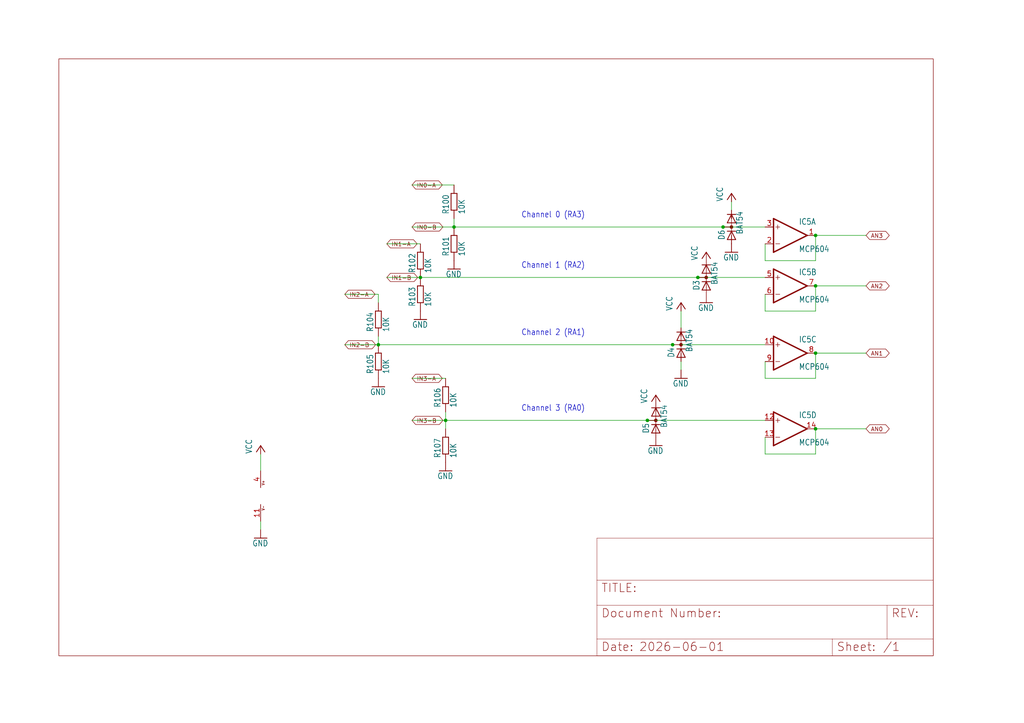
<source format=kicad_sch>
(kicad_sch (version 20250114) (generator "eeschema") (generator_version "9.0")
  (paper "User" 309.347 218.491)
  (lib_symbols
    (symbol "vilnius_rev_c-eagle-import:4AMP_P4+11D"
      (symbol "4AMP_P4+11D_1_0"
        (polyline (pts (xy -5.08 5.08) (xy -5.08 -5.08)) (stroke (width 0.4064)))
        (polyline (pts (xy -5.08 -5.08) (xy 5.08 0)) (stroke (width 0.4064)))
        (polyline (pts (xy -4.445 2.54) (xy -3.175 2.54)) (stroke (width 0.1524)))
        (polyline (pts (xy -4.445 -2.54) (xy -3.175 -2.54)) (stroke (width 0.1524)))
        (polyline (pts (xy -3.81 3.175) (xy -3.81 1.905)) (stroke (width 0.1524)))
        (polyline (pts (xy 5.08 0) (xy -5.08 5.08)) (stroke (width 0.4064)))
        (pin input line (at -7.62 2.54 0) (length 2.54) (name "+IN") (number "3"))
        (pin input line (at -7.62 -2.54 0) (length 2.54) (name "-IN") (number "2"))
        (pin output line (at 7.62 0 180) (length 2.54) (name "OUT") (number "1"))
      )
      (symbol "4AMP_P4+11D_2_0"
        (polyline (pts (xy -5.08 5.08) (xy -5.08 -5.08)) (stroke (width 0.4064)))
        (polyline (pts (xy -5.08 -5.08) (xy 5.08 0)) (stroke (width 0.4064)))
        (polyline (pts (xy -4.445 2.54) (xy -3.175 2.54)) (stroke (width 0.1524)))
        (polyline (pts (xy -4.445 -2.54) (xy -3.175 -2.54)) (stroke (width 0.1524)))
        (polyline (pts (xy -3.81 3.175) (xy -3.81 1.905)) (stroke (width 0.1524)))
        (polyline (pts (xy 5.08 0) (xy -5.08 5.08)) (stroke (width 0.4064)))
        (pin input line (at -7.62 2.54 0) (length 2.54) (name "+IN") (number "5"))
        (pin input line (at -7.62 -2.54 0) (length 2.54) (name "-IN") (number "6"))
        (pin output line (at 7.62 0 180) (length 2.54) (name "OUT") (number "7"))
      )
      (symbol "4AMP_P4+11D_3_0"
        (polyline (pts (xy -5.08 5.08) (xy -5.08 -5.08)) (stroke (width 0.4064)))
        (polyline (pts (xy -5.08 -5.08) (xy 5.08 0)) (stroke (width 0.4064)))
        (polyline (pts (xy -4.445 2.54) (xy -3.175 2.54)) (stroke (width 0.1524)))
        (polyline (pts (xy -4.445 -2.54) (xy -3.175 -2.54)) (stroke (width 0.1524)))
        (polyline (pts (xy -3.81 3.175) (xy -3.81 1.905)) (stroke (width 0.1524)))
        (polyline (pts (xy 5.08 0) (xy -5.08 5.08)) (stroke (width 0.4064)))
        (pin input line (at -7.62 2.54 0) (length 2.54) (name "+IN") (number "10"))
        (pin input line (at -7.62 -2.54 0) (length 2.54) (name "-IN") (number "9"))
        (pin output line (at 7.62 0 180) (length 2.54) (name "OUT") (number "8"))
      )
      (symbol "4AMP_P4+11D_4_0"
        (polyline (pts (xy -5.08 5.08) (xy -5.08 -5.08)) (stroke (width 0.4064)))
        (polyline (pts (xy -5.08 -5.08) (xy 5.08 0)) (stroke (width 0.4064)))
        (polyline (pts (xy -4.445 2.54) (xy -3.175 2.54)) (stroke (width 0.1524)))
        (polyline (pts (xy -4.445 -2.54) (xy -3.175 -2.54)) (stroke (width 0.1524)))
        (polyline (pts (xy -3.81 3.175) (xy -3.81 1.905)) (stroke (width 0.1524)))
        (polyline (pts (xy 5.08 0) (xy -5.08 5.08)) (stroke (width 0.4064)))
        (pin input line (at -7.62 2.54 0) (length 2.54) (name "+IN") (number "12"))
        (pin input line (at -7.62 -2.54 0) (length 2.54) (name "-IN") (number "13"))
        (pin output line (at 7.62 0 180) (length 2.54) (name "OUT") (number "14"))
      )
      (symbol "4AMP_P4+11D_5_0"
        (text "V+" (at 1.27 3.175 900) (effects (font (size 0.8128 0.6908)) (justify left bottom)))
        (text "V-" (at 1.27 -4.445 900) (effects (font (size 0.8128 0.6908)) (justify left bottom)))
        (pin power_in line (at 0 7.62 270) (length 5.08) (name "V+") (number "4"))
        (pin power_in line (at 0 -7.62 90) (length 5.08) (name "V-") (number "11"))
      )
    )
    (symbol "vilnius_rev_c-eagle-import:BAV199"
      (property "Reference" "D" (at 0.762 2.0066 0))
      (symbol "BAV199_1_0"
        (polyline (pts (xy -3.81 0) (xy -3.81 1.27)) (stroke (width 0.254)))
        (polyline (pts (xy -3.81 0) (xy -1.27 -1.27)) (stroke (width 0.254)))
        (polyline (pts (xy -3.81 0) (xy 1.27 0)) (stroke (width 0.1524)))
        (polyline (pts (xy -3.81 -1.27) (xy -3.81 0)) (stroke (width 0.254)))
        (polyline (pts (xy -2.54 0) (xy -3.81 0)) (stroke (width 0.1524)))
        (polyline (pts (xy -1.27 1.27) (xy -3.81 0)) (stroke (width 0.254)))
        (polyline (pts (xy -1.27 -1.27) (xy -1.27 1.27)) (stroke (width 0.254)))
        (circle (center 0 0) (radius 0.127) (stroke (width 0.4064)))
        (polyline (pts (xy 1.27 0) (xy 1.27 1.27)) (stroke (width 0.254)))
        (polyline (pts (xy 1.27 0) (xy 3.81 -1.27)) (stroke (width 0.254)))
        (polyline (pts (xy 1.27 -1.27) (xy 1.27 0)) (stroke (width 0.254)))
        (polyline (pts (xy 2.54 0) (xy 1.27 0)) (stroke (width 0.1524)))
        (polyline (pts (xy 3.81 1.27) (xy 1.27 0)) (stroke (width 0.254)))
        (polyline (pts (xy 3.81 -1.27) (xy 3.81 1.27)) (stroke (width 0.254)))
        (pin passive line (at -5.08 0 0) (length 2.54) (name "C") (number "2"))
        (pin passive line (at 0 2.54 270) (length 2.54) (name "AC") (number "3"))
        (pin passive line (at 5.08 0 180) (length 2.54) (name "A") (number "1"))
      )
    )
    (symbol "vilnius_rev_c-eagle-import:DINA4_L"
      (symbol "DINA4_L_1_0"
        (polyline (pts (xy 0 180.34) (xy 264.16 180.34) (xy 264.16 0) (xy 0 0) (xy 0 180.34)))
      )
      (symbol "DINA4_L_2_0"
        (polyline (pts (xy 0 22.86) (xy 0 35.56)) (stroke (width 0.1016)))
        (polyline (pts (xy 0 22.86) (xy 101.6 22.86)) (stroke (width 0.1016)))
        (polyline (pts (xy 0 15.24) (xy 0 22.86)) (stroke (width 0.1016)))
        (polyline (pts (xy 0 5.08) (xy 0 15.24)) (stroke (width 0.1016)))
        (polyline (pts (xy 0 5.08) (xy 71.12 5.08)) (stroke (width 0.1016)))
        (polyline (pts (xy 0 0) (xy 0 5.08)) (stroke (width 0.1016)))
        (polyline (pts (xy 0 0) (xy 71.12 0)) (stroke (width 0.1016)))
        (polyline (pts (xy 71.12 5.08) (xy 71.12 0)) (stroke (width 0.1016)))
        (polyline (pts (xy 71.12 5.08) (xy 87.63 5.08)) (stroke (width 0.1016)))
        (polyline (pts (xy 71.12 0) (xy 101.6 0)) (stroke (width 0.1016)))
        (polyline (pts (xy 87.63 15.24) (xy 0 15.24)) (stroke (width 0.1016)))
        (polyline (pts (xy 87.63 15.24) (xy 87.63 5.08)) (stroke (width 0.1016)))
        (polyline (pts (xy 87.63 5.08) (xy 101.6 5.08)) (stroke (width 0.1016)))
        (polyline (pts (xy 101.6 35.56) (xy 0 35.56)) (stroke (width 0.1016)))
        (polyline (pts (xy 101.6 35.56) (xy 101.6 22.86)) (stroke (width 0.1016)))
        (polyline (pts (xy 101.6 22.86) (xy 101.6 15.24)) (stroke (width 0.1016)))
        (polyline (pts (xy 101.6 15.24) (xy 87.63 15.24)) (stroke (width 0.1016)))
        (polyline (pts (xy 101.6 15.24) (xy 101.6 5.08)) (stroke (width 0.1016)))
        (polyline (pts (xy 101.6 5.08) (xy 101.6 0)) (stroke (width 0.1016)))
        (text "TITLE:" (at 1.27 19.05 0) (effects (font (size 2.54 2.54)) (justify left bottom)))
        (text "Document Number:" (at 1.27 11.43 0) (effects (font (size 2.54 2.54)) (justify left bottom)))
        (text "Date:" (at 1.27 1.27 0) (effects (font (size 2.54 2.54)) (justify left bottom)))
        (text "${CURRENT_DATE}" (at 12.7 1.27 0) (effects (font (size 2.54 2.54)) (justify left bottom)))
        (text "${PROJECTNAME}" (at 17.78 19.05 0) (effects (font (size 2.54 2.54)) (justify left bottom)))
        (text "Sheet:" (at 72.39 1.27 0) (effects (font (size 2.54 2.54)) (justify left bottom)))
        (text "${#}/${##}" (at 86.36 1.27 0) (effects (font (size 2.54 2.54)) (justify left bottom)))
        (text "REV:" (at 88.9 11.43 0) (effects (font (size 2.54 2.54)) (justify left bottom)))
      )
    )
    (symbol "vilnius_rev_c-eagle-import:GND" (power)
      (symbol "GND_1_0"
        (polyline (pts (xy -1.905 0) (xy 1.905 0)) (stroke (width 0.254)))
        (pin power_in line (at 0 2.54 270) (length 2.54) (name "GND") (number "1"))
      )
    )
    (symbol "vilnius_rev_c-eagle-import:R-EU_R0805"
      (property "Reference" "R" (at -3.81 1.4986 0))
      (symbol "R-EU_R0805_1_0"
        (polyline (pts (xy -2.54 -0.889) (xy -2.54 0.889)) (stroke (width 0.254)))
        (polyline (pts (xy -2.54 -0.889) (xy 2.54 -0.889)) (stroke (width 0.254)))
        (polyline (pts (xy 2.54 0.889) (xy -2.54 0.889)) (stroke (width 0.254)))
        (polyline (pts (xy 2.54 -0.889) (xy 2.54 0.889)) (stroke (width 0.254)))
        (pin passive line (at -5.08 0 0) (length 2.54) (name "1") (number "1"))
        (pin passive line (at 5.08 0 180) (length 2.54) (name "2") (number "2"))
      )
    )
    (symbol "vilnius_rev_c-eagle-import:VCC" (power)
      (symbol "VCC_1_0"
        (polyline (pts (xy 0 0) (xy -1.27 -1.905)) (stroke (width 0.254)))
        (polyline (pts (xy 1.27 -1.905) (xy 0 0)) (stroke (width 0.254)))
        (pin power_in line (at 0 -2.54 90) (length 2.54) (name "VCC") (number "1"))
      )
    )
  )
  (text "Channel 3 (RA0)" (at 157.48 124.46 0) (effects (font (size 1.778 1.5113)) (justify left bottom)))
  (text "Channel 0 (RA3)" (at 157.48 66.04 0) (effects (font (size 1.778 1.5113)) (justify left bottom)))
  (text "Channel 1 (RA2)" (at 157.48 81.28 0) (effects (font (size 1.778 1.5113)) (justify left bottom)))
  (text "Channel 2 (RA1)" (at 157.48 101.6 0) (effects (font (size 1.778 1.5113)) (justify left bottom)))
  (junction (at 246.38 106.68))
  (junction (at 246.38 86.36))
  (junction (at 134.62 127))
  (junction (at 210.82 83.82))
  (junction (at 114.3 104.14))
  (junction (at 246.38 71.12))
  (junction (at 218.44 68.58))
  (junction (at 203.2 104.14))
  (junction (at 195.58 127))
  (junction (at 127 83.82))
  (junction (at 246.38 129.54))
  (junction (at 137.16 68.58))
  (wire (pts (xy 205.74 99.06) (xy 205.74 93.98)) (stroke (width 0.1524)))
  (wire (pts (xy 246.38 78.74) (xy 246.38 71.12)) (stroke (width 0.1524)))
  (wire (pts (xy 231.14 93.98) (xy 246.38 93.98)) (stroke (width 0.1524)))
  (wire (pts (xy 137.16 66.04) (xy 137.16 68.58)) (stroke (width 0.1524)))
  (wire (pts (xy 137.16 68.58) (xy 124.46 68.58)) (stroke (width 0.1524)))
  (wire (pts (xy 114.3 104.14) (xy 203.2 104.14)) (stroke (width 0.1524)))
  (wire (pts (xy 124.46 114.3) (xy 134.62 114.3)) (stroke (width 0.1524)))
  (wire (pts (xy 231.14 88.9) (xy 231.14 93.98)) (stroke (width 0.1524)))
  (wire (pts (xy 210.82 83.82) (xy 127 83.82)) (stroke (width 0.1524)))
  (wire (pts (xy 220.98 63.5) (xy 220.98 60.96)) (stroke (width 0.1524)))
  (wire (pts (xy 231.14 132.08) (xy 231.14 137.16)) (stroke (width 0.1524)))
  (wire (pts (xy 104.14 88.9) (xy 114.3 88.9)) (stroke (width 0.1524)))
  (wire (pts (xy 205.74 109.22) (xy 205.74 111.76)) (stroke (width 0.1524)))
  (wire (pts (xy 246.38 106.68) (xy 261.62 106.68)) (stroke (width 0.1524)))
  (wire (pts (xy 246.38 71.12) (xy 261.62 71.12)) (stroke (width 0.1524)))
  (wire (pts (xy 231.14 137.16) (xy 246.38 137.16)) (stroke (width 0.1524)))
  (wire (pts (xy 116.84 73.66) (xy 127 73.66)) (stroke (width 0.1524)))
  (wire (pts (xy 210.82 83.82) (xy 231.14 83.82)) (stroke (width 0.1524)))
  (wire (pts (xy 218.44 68.58) (xy 231.14 68.58)) (stroke (width 0.1524)))
  (wire (pts (xy 231.14 114.3) (xy 246.38 114.3)) (stroke (width 0.1524)))
  (wire (pts (xy 134.62 127) (xy 124.46 127)) (stroke (width 0.1524)))
  (wire (pts (xy 114.3 104.14) (xy 114.3 101.6)) (stroke (width 0.1524)))
  (wire (pts (xy 137.16 68.58) (xy 218.44 68.58)) (stroke (width 0.1524)))
  (wire (pts (xy 114.3 88.9) (xy 114.3 91.44)) (stroke (width 0.1524)))
  (wire (pts (xy 246.38 137.16) (xy 246.38 129.54)) (stroke (width 0.1524)))
  (wire (pts (xy 134.62 127) (xy 195.58 127)) (stroke (width 0.1524)))
  (wire (pts (xy 231.14 109.22) (xy 231.14 114.3)) (stroke (width 0.1524)))
  (wire (pts (xy 124.46 55.88) (xy 137.16 55.88)) (stroke (width 0.1524)))
  (wire (pts (xy 127 83.82) (xy 116.84 83.82)) (stroke (width 0.1524)))
  (wire (pts (xy 134.62 129.54) (xy 134.62 127)) (stroke (width 0.1524)))
  (wire (pts (xy 195.58 127) (xy 231.14 127)) (stroke (width 0.1524)))
  (wire (pts (xy 78.74 157.48) (xy 78.74 160.02)) (stroke (width 0.1524)))
  (wire (pts (xy 231.14 73.66) (xy 231.14 78.74)) (stroke (width 0.1524)))
  (wire (pts (xy 134.62 127) (xy 134.62 124.46)) (stroke (width 0.1524)))
  (wire (pts (xy 246.38 129.54) (xy 261.62 129.54)) (stroke (width 0.1524)))
  (wire (pts (xy 78.74 142.24) (xy 78.74 137.16)) (stroke (width 0.1524)))
  (wire (pts (xy 246.38 93.98) (xy 246.38 86.36)) (stroke (width 0.1524)))
  (wire (pts (xy 231.14 104.14) (xy 203.2 104.14)) (stroke (width 0.1524)))
  (wire (pts (xy 246.38 114.3) (xy 246.38 106.68)) (stroke (width 0.1524)))
  (wire (pts (xy 246.38 86.36) (xy 261.62 86.36)) (stroke (width 0.1524)))
  (wire (pts (xy 114.3 104.14) (xy 104.14 104.14)) (stroke (width 0.1524)))
  (wire (pts (xy 231.14 78.74) (xy 246.38 78.74)) (stroke (width 0.1524)))
  (global_label "IN3-B" (shape bidirectional) (at 124.46 127 0) (effects (font (size 1.2446 1.2446))) (property "Intersheetrefs" "${INTERSHEET_REFS}" (effects (hide yes))))
  (global_label "AN2" (shape bidirectional) (at 261.62 86.36 0) (effects (font (size 1.2446 1.2446))) (property "Intersheetrefs" "${INTERSHEET_REFS}" (effects (hide yes))))
  (global_label "IN1-A" (shape bidirectional) (at 116.84 73.66 0) (effects (font (size 1.2446 1.2446))) (property "Intersheetrefs" "${INTERSHEET_REFS}" (effects (hide yes))))
  (global_label "AN3" (shape bidirectional) (at 261.62 71.12 0) (effects (font (size 1.2446 1.2446))) (property "Intersheetrefs" "${INTERSHEET_REFS}" (effects (hide yes))))
  (global_label "IN2-A" (shape bidirectional) (at 104.14 88.9 0) (effects (font (size 1.2446 1.2446))) (property "Intersheetrefs" "${INTERSHEET_REFS}" (effects (hide yes))))
  (global_label "IN0-B" (shape bidirectional) (at 124.46 68.58 0) (effects (font (size 1.2446 1.2446))) (property "Intersheetrefs" "${INTERSHEET_REFS}" (effects (hide yes))))
  (global_label "AN0" (shape bidirectional) (at 261.62 129.54 0) (effects (font (size 1.2446 1.2446))) (property "Intersheetrefs" "${INTERSHEET_REFS}" (effects (hide yes))))
  (global_label "IN2-B" (shape bidirectional) (at 104.14 104.14 0) (effects (font (size 1.2446 1.2446))) (property "Intersheetrefs" "${INTERSHEET_REFS}" (effects (hide yes))))
  (global_label "IN1-B" (shape bidirectional) (at 116.84 83.82 0) (effects (font (size 1.2446 1.2446))) (property "Intersheetrefs" "${INTERSHEET_REFS}" (effects (hide yes))))
  (global_label "AN1" (shape bidirectional) (at 261.62 106.68 0) (effects (font (size 1.2446 1.2446))) (property "Intersheetrefs" "${INTERSHEET_REFS}" (effects (hide yes))))
  (global_label "IN3-A" (shape bidirectional) (at 124.46 114.3 0) (effects (font (size 1.2446 1.2446))) (property "Intersheetrefs" "${INTERSHEET_REFS}" (effects (hide yes))))
  (global_label "IN0-A" (shape bidirectional) (at 124.46 55.88 0) (effects (font (size 1.2446 1.2446))) (property "Intersheetrefs" "${INTERSHEET_REFS}" (effects (hide yes))))
  (symbol (lib_id "vilnius_rev_c-eagle-import:R-EU_R0805") (at 114.3 109.22 90) (unit 1)
    (property "Reference" "R105" (at 112.8014 113.03 0) (effects (font (size 1.778 1.5113)) (justify left bottom)))
    (property "Value" "10K" (at 117.602 113.03 0) (effects (font (size 1.778 1.5113)) (justify left bottom)))
    (property "Footprint" "vilnius_rev_c:R0805" (effects (hide yes)))
  )
  (symbol (lib_id "vilnius_rev_c-eagle-import:VCC") (at 205.74 91.44 0) (unit 1)
    (property "Reference" "#P+12" (effects (hide yes)))
    (property "Value" "VCC" (at 203.2 93.98 90) (effects (font (size 1.778 1.5113)) (justify left bottom)))
  )
  (symbol (lib_id "vilnius_rev_c-eagle-import:VCC") (at 213.36 76.2 0) (unit 1)
    (property "Reference" "#P+10" (effects (hide yes)))
    (property "Value" "VCC" (at 210.82 78.74 90) (effects (font (size 1.778 1.5113)) (justify left bottom)))
  )
  (symbol (lib_id "vilnius_rev_c-eagle-import:R-EU_R0805") (at 127 78.74 90) (unit 1)
    (property "Reference" "R102" (at 125.5014 82.55 0) (effects (font (size 1.778 1.5113)) (justify left bottom)))
    (property "Value" "10K" (at 130.302 82.55 0) (effects (font (size 1.778 1.5113)) (justify left bottom)))
    (property "Footprint" "vilnius_rev_c:R0805" (effects (hide yes)))
  )
  (symbol (lib_id "vilnius_rev_c-eagle-import:GND") (at 198.12 134.62 0) (unit 1)
    (property "Reference" "#GND23" (effects (hide yes)))
    (property "Value" "GND" (at 195.58 137.16 0) (effects (font (size 1.778 1.5113)) (justify left bottom)))
  )
  (symbol (lib_id "vilnius_rev_c-eagle-import:GND") (at 114.3 116.84 0) (unit 1)
    (property "Reference" "#GND28" (effects (hide yes)))
    (property "Value" "GND" (at 111.76 119.38 0) (effects (font (size 1.778 1.5113)) (justify left bottom)))
  )
  (symbol (lib_id "vilnius_rev_c-eagle-import:R-EU_R0805") (at 137.16 60.96 90) (unit 1)
    (property "Reference" "R100" (at 135.6614 64.77 0) (effects (font (size 1.778 1.5113)) (justify left bottom)))
    (property "Value" "10K" (at 140.462 64.77 0) (effects (font (size 1.778 1.5113)) (justify left bottom)))
    (property "Footprint" "vilnius_rev_c:R0805" (effects (hide yes)))
  )
  (symbol (lib_id "vilnius_rev_c-eagle-import:DINA4_L") (at 180.34 198.12 0) (unit 2)
    (property "Reference" "#FRAME2" (effects (hide yes)))
    (property "Value" "DINA4_L" (effects (hide yes)))
  )
  (symbol (lib_id "vilnius_rev_c-eagle-import:4AMP_P4+11D") (at 238.76 106.68 0) (unit 3)
    (property "Reference" "IC5" (at 241.3 103.505 0) (effects (font (size 1.778 1.5113)) (justify left bottom)))
    (property "Value" "MCP604" (at 241.3 111.76 0) (effects (font (size 1.778 1.5113)) (justify left bottom)))
    (property "Footprint" "vilnius_rev_c:SO14" (effects (hide yes)))
  )
  (symbol (lib_id "vilnius_rev_c-eagle-import:4AMP_P4+11D") (at 238.76 129.54 0) (unit 4)
    (property "Reference" "IC5" (at 241.3 126.365 0) (effects (font (size 1.778 1.5113)) (justify left bottom)))
    (property "Value" "MCP604" (at 241.3 134.62 0) (effects (font (size 1.778 1.5113)) (justify left bottom)))
    (property "Footprint" "vilnius_rev_c:SO14" (effects (hide yes)))
  )
  (symbol (lib_id "vilnius_rev_c-eagle-import:BAV199") (at 205.74 104.14 90) (mirror x) (unit 1)
    (property "Reference" "D4" (at 203.7334 104.902 0) (effects (font (size 1.778 1.5113)) (justify left bottom)))
    (property "Value" "BAT54" (at 209.1944 99.314 0) (effects (font (size 1.778 1.5113)) (justify left bottom)))
    (property "Footprint" "vilnius_rev_c:SOT23" (effects (hide yes)))
  )
  (symbol (lib_id "vilnius_rev_c-eagle-import:GND") (at 127 96.52 0) (unit 1)
    (property "Reference" "#GND25" (effects (hide yes)))
    (property "Value" "GND" (at 124.46 99.06 0) (effects (font (size 1.778 1.5113)) (justify left bottom)))
  )
  (symbol (lib_id "vilnius_rev_c-eagle-import:GND") (at 205.74 114.3 0) (unit 1)
    (property "Reference" "#GND22" (effects (hide yes)))
    (property "Value" "GND" (at 203.2 116.84 0) (effects (font (size 1.778 1.5113)) (justify left bottom)))
  )
  (symbol (lib_id "vilnius_rev_c-eagle-import:BAV199") (at 213.36 83.82 90) (mirror x) (unit 1)
    (property "Reference" "D3" (at 211.3534 84.582 0) (effects (font (size 1.778 1.5113)) (justify left bottom)))
    (property "Value" "BAT54" (at 216.8144 78.994 0) (effects (font (size 1.778 1.5113)) (justify left bottom)))
    (property "Footprint" "vilnius_rev_c:SOT23" (effects (hide yes)))
  )
  (symbol (lib_id "vilnius_rev_c-eagle-import:4AMP_P4+11D") (at 238.76 71.12 0) (unit 1)
    (property "Reference" "IC5" (at 241.3 67.945 0) (effects (font (size 1.778 1.5113)) (justify left bottom)))
    (property "Value" "MCP604" (at 241.3 76.2 0) (effects (font (size 1.778 1.5113)) (justify left bottom)))
    (property "Footprint" "vilnius_rev_c:SO14" (effects (hide yes)))
  )
  (symbol (lib_id "vilnius_rev_c-eagle-import:BAV199") (at 198.12 127 90) (mirror x) (unit 1)
    (property "Reference" "D5" (at 196.1134 127.762 0) (effects (font (size 1.778 1.5113)) (justify left bottom)))
    (property "Value" "BAT54" (at 201.5744 122.174 0) (effects (font (size 1.778 1.5113)) (justify left bottom)))
    (property "Footprint" "vilnius_rev_c:SOT23" (effects (hide yes)))
  )
  (symbol (lib_id "vilnius_rev_c-eagle-import:VCC") (at 78.74 134.62 0) (unit 1)
    (property "Reference" "#P+2" (effects (hide yes)))
    (property "Value" "VCC" (at 76.2 137.16 90) (effects (font (size 1.778 1.5113)) (justify left bottom)))
  )
  (symbol (lib_id "vilnius_rev_c-eagle-import:R-EU_R0805") (at 134.62 119.38 90) (unit 1)
    (property "Reference" "R106" (at 133.1214 123.19 0) (effects (font (size 1.778 1.5113)) (justify left bottom)))
    (property "Value" "10K" (at 137.922 123.19 0) (effects (font (size 1.778 1.5113)) (justify left bottom)))
    (property "Footprint" "vilnius_rev_c:R0805" (effects (hide yes)))
  )
  (symbol (lib_id "vilnius_rev_c-eagle-import:R-EU_R0805") (at 137.16 73.66 90) (unit 1)
    (property "Reference" "R101" (at 135.6614 77.47 0) (effects (font (size 1.778 1.5113)) (justify left bottom)))
    (property "Value" "10K" (at 140.462 77.47 0) (effects (font (size 1.778 1.5113)) (justify left bottom)))
    (property "Footprint" "vilnius_rev_c:R0805" (effects (hide yes)))
  )
  (symbol (lib_id "vilnius_rev_c-eagle-import:R-EU_R0805") (at 114.3 96.52 90) (unit 1)
    (property "Reference" "R104" (at 112.8014 100.33 0) (effects (font (size 1.778 1.5113)) (justify left bottom)))
    (property "Value" "10K" (at 117.602 100.33 0) (effects (font (size 1.778 1.5113)) (justify left bottom)))
    (property "Footprint" "vilnius_rev_c:R0805" (effects (hide yes)))
  )
  (symbol (lib_id "vilnius_rev_c-eagle-import:GND") (at 78.74 162.56 0) (unit 1)
    (property "Reference" "#GND18" (effects (hide yes)))
    (property "Value" "GND" (at 76.2 165.1 0) (effects (font (size 1.778 1.5113)) (justify left bottom)))
  )
  (symbol (lib_id "vilnius_rev_c-eagle-import:R-EU_R0805") (at 127 88.9 90) (unit 1)
    (property "Reference" "R103" (at 125.5014 92.71 0) (effects (font (size 1.778 1.5113)) (justify left bottom)))
    (property "Value" "10K" (at 130.302 92.71 0) (effects (font (size 1.778 1.5113)) (justify left bottom)))
    (property "Footprint" "vilnius_rev_c:R0805" (effects (hide yes)))
  )
  (symbol (lib_id "vilnius_rev_c-eagle-import:4AMP_P4+11D") (at 238.76 86.36 0) (unit 2)
    (property "Reference" "IC5" (at 241.3 83.185 0) (effects (font (size 1.778 1.5113)) (justify left bottom)))
    (property "Value" "MCP604" (at 241.3 91.44 0) (effects (font (size 1.778 1.5113)) (justify left bottom)))
    (property "Footprint" "vilnius_rev_c:SO14" (effects (hide yes)))
  )
  (symbol (lib_id "vilnius_rev_c-eagle-import:GND") (at 213.36 91.44 0) (unit 1)
    (property "Reference" "#GND21" (effects (hide yes)))
    (property "Value" "GND" (at 210.82 93.98 0) (effects (font (size 1.778 1.5113)) (justify left bottom)))
  )
  (symbol (lib_id "vilnius_rev_c-eagle-import:GND") (at 220.98 76.2 0) (unit 1)
    (property "Reference" "#GND19" (effects (hide yes)))
    (property "Value" "GND" (at 218.44 78.74 0) (effects (font (size 1.778 1.5113)) (justify left bottom)))
  )
  (symbol (lib_id "vilnius_rev_c-eagle-import:DINA4_L") (at 17.78 198.12 0) (unit 1)
    (property "Reference" "#FRAME2" (effects (hide yes)))
    (property "Value" "DINA4_L" (effects (hide yes)))
  )
  (symbol (lib_id "vilnius_rev_c-eagle-import:GND") (at 134.62 142.24 0) (unit 1)
    (property "Reference" "#GND29" (effects (hide yes)))
    (property "Value" "GND" (at 132.08 144.78 0) (effects (font (size 1.778 1.5113)) (justify left bottom)))
  )
  (symbol (lib_id "vilnius_rev_c-eagle-import:R-EU_R0805") (at 134.62 134.62 90) (unit 1)
    (property "Reference" "R107" (at 133.1214 138.43 0) (effects (font (size 1.778 1.5113)) (justify left bottom)))
    (property "Value" "10K" (at 137.922 138.43 0) (effects (font (size 1.778 1.5113)) (justify left bottom)))
    (property "Footprint" "vilnius_rev_c:R0805" (effects (hide yes)))
  )
  (symbol (lib_id "vilnius_rev_c-eagle-import:BAV199") (at 220.98 68.58 90) (mirror x) (unit 1)
    (property "Reference" "D6" (at 218.9734 69.342 0) (effects (font (size 1.778 1.5113)) (justify left bottom)))
    (property "Value" "BAT54" (at 224.4344 63.754 0) (effects (font (size 1.778 1.5113)) (justify left bottom)))
    (property "Footprint" "vilnius_rev_c:SOT23" (effects (hide yes)))
  )
  (symbol (lib_id "vilnius_rev_c-eagle-import:GND") (at 137.16 81.28 0) (unit 1)
    (property "Reference" "#GND24" (effects (hide yes)))
    (property "Value" "GND" (at 134.62 83.82 0) (effects (font (size 1.778 1.5113)) (justify left bottom)))
  )
  (symbol (lib_id "vilnius_rev_c-eagle-import:4AMP_P4+11D") (at 78.74 149.86 0) (unit 5)
    (property "Reference" "IC5" (effects (hide yes)))
    (property "Value" "MCP604" (effects (hide yes)))
    (property "Footprint" "vilnius_rev_c:SO14" (effects (hide yes)))
  )
  (symbol (lib_id "vilnius_rev_c-eagle-import:VCC") (at 198.12 119.38 0) (unit 1)
    (property "Reference" "#P+13" (effects (hide yes)))
    (property "Value" "VCC" (at 195.58 121.92 90) (effects (font (size 1.778 1.5113)) (justify left bottom)))
  )
  (symbol (lib_id "vilnius_rev_c-eagle-import:VCC") (at 220.98 58.42 0) (unit 1)
    (property "Reference" "#P+11" (effects (hide yes)))
    (property "Value" "VCC" (at 218.44 60.96 90) (effects (font (size 1.778 1.5113)) (justify left bottom)))
  )
)
</source>
